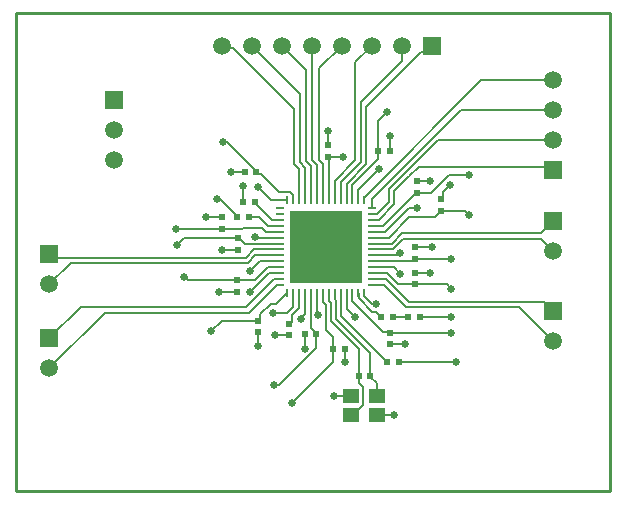
<source format=gtl>
G04*
G04 #@! TF.GenerationSoftware,Altium Limited,Altium Designer,22.9.1 (49)*
G04*
G04 Layer_Physical_Order=1*
G04 Layer_Color=10066410*
%FSLAX44Y44*%
%MOMM*%
G71*
G04*
G04 #@! TF.SameCoordinates,B494E0AD-35FF-4286-8297-05C0B8817D61*
G04*
G04*
G04 #@! TF.FilePolarity,Positive*
G04*
G01*
G75*
%ADD14C,0.2540*%
%ADD15R,1.4000X1.2000*%
%ADD16R,0.5000X0.6000*%
%ADD17O,0.8000X0.2500*%
%ADD18O,0.2500X0.8000*%
%ADD19R,6.1000X6.1000*%
%ADD20R,0.6000X0.5000*%
%ADD32C,0.1778*%
%ADD33R,1.5000X1.5000*%
%ADD34C,1.5000*%
%ADD35R,1.5000X1.5000*%
%ADD36C,0.6350*%
%ADD37C,0.5000*%
D14*
X0Y0D02*
X502920D01*
X0Y405130D02*
X502920D01*
Y0D02*
Y405130D01*
X0Y0D02*
Y405130D01*
D15*
X283210Y80770D02*
D03*
Y64770D02*
D03*
X305210D02*
D03*
Y80770D02*
D03*
D16*
X299640Y97790D02*
D03*
X289640D02*
D03*
X196770Y232410D02*
D03*
X186770D02*
D03*
X323770Y109220D02*
D03*
X313770D02*
D03*
X331550Y147320D02*
D03*
X341550D02*
D03*
X308690D02*
D03*
X318690D02*
D03*
X191850Y245110D02*
D03*
X201850D02*
D03*
X193120Y270510D02*
D03*
X203120D02*
D03*
X316150Y288290D02*
D03*
X306150D02*
D03*
X278050Y120650D02*
D03*
X268050D02*
D03*
X243920Y133350D02*
D03*
X253920D02*
D03*
D17*
X222990Y239870D02*
D03*
Y234870D02*
D03*
Y229870D02*
D03*
Y224870D02*
D03*
Y219870D02*
D03*
Y214870D02*
D03*
Y209870D02*
D03*
Y204870D02*
D03*
Y199870D02*
D03*
Y194870D02*
D03*
Y189870D02*
D03*
Y184870D02*
D03*
Y179870D02*
D03*
Y174870D02*
D03*
X300990D02*
D03*
Y179870D02*
D03*
Y184870D02*
D03*
Y189870D02*
D03*
Y194870D02*
D03*
Y199870D02*
D03*
Y204870D02*
D03*
Y209870D02*
D03*
Y214870D02*
D03*
Y219870D02*
D03*
Y224870D02*
D03*
Y229870D02*
D03*
Y234870D02*
D03*
Y239870D02*
D03*
D18*
X229490Y168370D02*
D03*
X234490D02*
D03*
X239490D02*
D03*
X244490D02*
D03*
X249490D02*
D03*
X254490D02*
D03*
X259490D02*
D03*
X264490D02*
D03*
X269490D02*
D03*
X274490D02*
D03*
X279490D02*
D03*
X284490D02*
D03*
X289490D02*
D03*
X294490D02*
D03*
Y246370D02*
D03*
X289490D02*
D03*
X284490D02*
D03*
X279490D02*
D03*
X274490D02*
D03*
X269490D02*
D03*
X264490D02*
D03*
X259490D02*
D03*
X254490D02*
D03*
X249490D02*
D03*
X244490D02*
D03*
X239490D02*
D03*
X234490D02*
D03*
X229490D02*
D03*
D19*
X261990Y207370D02*
D03*
D20*
X231140Y142160D02*
D03*
Y132160D02*
D03*
X204470Y134700D02*
D03*
Y144700D02*
D03*
X359410Y247570D02*
D03*
Y237570D02*
D03*
X339090Y262810D02*
D03*
Y252810D02*
D03*
X337820Y206930D02*
D03*
Y196930D02*
D03*
Y185340D02*
D03*
Y175340D02*
D03*
X316230Y124540D02*
D03*
Y134540D02*
D03*
X186690Y168990D02*
D03*
Y178990D02*
D03*
X187960Y204630D02*
D03*
Y214630D02*
D03*
X173990Y232330D02*
D03*
Y222330D02*
D03*
X264160Y293290D02*
D03*
Y283290D02*
D03*
D32*
X175260Y295910D02*
X178220D01*
X203120Y271010D01*
Y270510D02*
Y271010D01*
X306150Y313770D02*
X313690Y321310D01*
X306150Y288290D02*
Y313770D01*
X366581Y267970D02*
X383540D01*
X451866Y274574D02*
X454660Y271780D01*
X340505Y274574D02*
X451866D01*
X332661Y266730D02*
X340505Y274574D01*
X351421Y252810D02*
X366581Y267970D01*
X339090Y252810D02*
X351421D01*
X379650Y237570D02*
X383540Y233680D01*
X359410Y237570D02*
X379650D01*
X337820Y196930D02*
X368220D01*
X364410Y175340D02*
X368300Y171450D01*
X337820Y175340D02*
X364410D01*
X341550Y147320D02*
X368300D01*
X316230Y134540D02*
X368220D01*
X323770Y109220D02*
X372110D01*
X233680Y74930D02*
X268050Y109300D01*
Y120650D01*
X218440Y90170D02*
X222700D01*
X253920Y121391D02*
Y133350D01*
X222700Y90170D02*
X253920Y121391D01*
X165100Y135890D02*
X173910Y144700D01*
X204470D01*
X142240Y181610D02*
X144860Y178990D01*
X186690D01*
X135890Y208280D02*
X142240Y214630D01*
X187960D01*
X134700Y222330D02*
X173990D01*
X256540Y280478D02*
Y358140D01*
Y280478D02*
X259490Y277528D01*
X256540Y358140D02*
X275590Y377190D01*
X264160Y293290D02*
Y304800D01*
X234950Y277641D02*
Y323850D01*
X175495Y375685D02*
X183116D01*
X173990Y377190D02*
X175495Y375685D01*
X183116D02*
X234950Y323850D01*
Y277641D02*
X239490Y273101D01*
X199390Y377190D02*
X240030Y336550D01*
Y278668D02*
Y336550D01*
Y278668D02*
X244490Y274208D01*
X245110Y279694D02*
Y356870D01*
Y279694D02*
X249490Y275314D01*
X224790Y377190D02*
X245110Y356870D01*
X250190Y280721D02*
X254490Y276421D01*
X250190Y280721D02*
Y377190D01*
X239490Y246370D02*
Y273101D01*
X244490Y246370D02*
Y274208D01*
X249490Y246370D02*
Y275314D01*
X254490Y246370D02*
Y276421D01*
X259490Y246370D02*
Y277528D01*
X295912Y277106D02*
Y325122D01*
X346474Y371875D02*
X351790Y377190D01*
X342664Y371875D02*
X346474D01*
X295912Y325122D02*
X342664Y371875D01*
X326390Y364490D02*
Y377190D01*
X291594Y329694D02*
X326390Y364490D01*
X291594Y278894D02*
Y329694D01*
X287020Y280670D02*
Y363220D01*
X269490Y263140D02*
X287020Y280670D01*
Y363220D02*
X300990Y377190D01*
X269490Y246370D02*
Y263140D01*
X306150Y281199D02*
Y288290D01*
X274490Y261790D02*
X291594Y278894D01*
X274490Y246370D02*
Y261790D01*
X279490Y260683D02*
X295912Y277106D01*
X284490Y259540D02*
X306150Y281199D01*
X279490Y246370D02*
Y260683D01*
X284490Y246370D02*
Y259540D01*
X264160Y283290D02*
X276780D01*
X264160D02*
X264490Y282960D01*
Y246370D02*
Y282960D01*
X234490Y246370D02*
Y249315D01*
X234169Y249636D02*
X234490Y249315D01*
X234169Y249636D02*
Y251058D01*
X222451Y253799D02*
X231428D01*
X207246Y269004D02*
X222451Y253799D01*
X203120Y270510D02*
X204625Y269004D01*
X231428Y253799D02*
X234169Y251058D01*
X204625Y269004D02*
X207246D01*
X181610Y270510D02*
X193120D01*
X204470Y257810D02*
X215910Y246370D01*
X229490D01*
X316150Y288290D02*
Y300910D01*
X289490Y255200D02*
X307340Y273050D01*
X289490Y246370D02*
Y255200D01*
X294490Y248925D02*
X295046Y249481D01*
X295201D01*
X393700Y347980D01*
X454660D01*
X294490Y246370D02*
Y248925D01*
X320083Y243489D02*
Y254152D01*
X315765Y245277D02*
Y255940D01*
X376298Y322580D02*
X454660D01*
X357004Y297180D02*
X454660D01*
X315765Y255940D02*
X357004Y297180D01*
X300990Y247272D02*
X376298Y322580D01*
X320083Y254152D02*
X332661Y266730D01*
Y266730D01*
X300990Y239870D02*
Y247272D01*
X305495Y235008D02*
X315765Y245277D01*
X301128Y235008D02*
X305495D01*
X300990Y234870D02*
X301128Y235008D01*
X306602Y230008D02*
X320083Y243489D01*
X301128Y230008D02*
X306602D01*
X300990Y229870D02*
X301128Y230008D01*
X198120Y186690D02*
X206300Y194870D01*
X186690Y178990D02*
X202093D01*
X212973Y189870D01*
X196005Y193708D02*
X202167Y199870D01*
X201060Y204870D02*
X222990D01*
X194216Y198026D02*
X201060Y204870D01*
X30574Y198026D02*
X194216D01*
X202167Y199870D02*
X222990D01*
X46388Y193708D02*
X196005D01*
X27940Y175260D02*
X46388Y193708D01*
X206300Y194870D02*
X222990D01*
X222852Y215008D02*
X222990Y214870D01*
X188460Y214630D02*
X193902Y209188D01*
X209390D01*
X27940Y200660D02*
X30574Y198026D01*
X209390Y209188D02*
X210072Y209870D01*
X202954Y215008D02*
X222852D01*
X202170Y215792D02*
X202954Y215008D01*
X173830Y204630D02*
X187960D01*
X196500Y151130D02*
X220240Y174870D01*
X27940Y104140D02*
X74930Y151130D01*
X196500D01*
X54610Y156210D02*
X194760D01*
X27940Y129540D02*
X54610Y156210D01*
X194760D02*
X218281Y179732D01*
X220240Y174870D02*
X222990D01*
X222852Y179732D02*
X222990Y179870D01*
X218281Y179732D02*
X222852D01*
X215450Y158750D02*
X219870D01*
X206581Y149880D02*
X215450Y158750D01*
X219870D02*
X229490Y168370D01*
X444500Y218440D02*
X454660Y228600D01*
X326184Y218440D02*
X444500D01*
X317614Y209870D02*
X326184Y218440D01*
X318720Y204870D02*
X327384Y213534D01*
X444326D02*
X454660Y203200D01*
X327384Y213534D02*
X444326D01*
X337820Y206930D02*
X351710D01*
X300990Y209870D02*
X317614D01*
X300990Y204870D02*
X318720D01*
X331963Y160528D02*
X446532D01*
X454660Y152400D01*
X330175Y156210D02*
X425450D01*
X312621Y179870D02*
X331963Y160528D01*
X311515Y174870D02*
X330175Y156210D01*
X425450D02*
X454660Y127000D01*
X300990Y174870D02*
X311515D01*
X300990Y179870D02*
X312621D01*
X198120Y168910D02*
X213942Y184732D01*
X206581Y146311D02*
Y149880D01*
X204470Y144700D02*
X204970D01*
X206581Y146311D01*
X204470Y123190D02*
Y134700D01*
X361521Y253571D02*
X367030Y259080D01*
X361521Y249181D02*
Y253571D01*
X359410Y247570D02*
X359910D01*
X361521Y249181D01*
X321823Y199870D02*
X323883Y201930D01*
X300990Y199870D02*
X321823D01*
X323883Y201930D02*
X325120D01*
X354250Y232410D02*
X359410Y237570D01*
X332740Y232410D02*
X354250D01*
X315200Y214870D02*
X332740Y232410D01*
X300990Y224870D02*
X310446D01*
X336354Y250778D01*
X332359Y239972D02*
X339032D01*
X339090Y240030D01*
X300990Y219870D02*
X312257D01*
X332359Y239972D01*
X300990Y214870D02*
X315200D01*
X338590Y252810D02*
X339090D01*
X336354Y250778D02*
X336558D01*
X338590Y252810D01*
X339090Y262810D02*
X350440D01*
X337320Y196930D02*
X337820D01*
X335260Y194870D02*
X337320Y196930D01*
X300990Y194870D02*
X335260D01*
X319400Y189870D02*
X325120Y184150D01*
X300990Y189870D02*
X319400D01*
X323258Y175340D02*
X337820D01*
X301128Y184732D02*
X313866D01*
X323258Y175340D01*
X300990Y184870D02*
X301128Y184732D01*
X337820Y185340D02*
X350440D01*
X279490Y154850D02*
X287020Y147320D01*
X249352Y168232D02*
X249490Y168370D01*
X249010Y163523D02*
X249169Y163682D01*
X249352Y164971D02*
Y168232D01*
X249010Y138760D02*
Y163523D01*
X249169Y164788D02*
X249352Y164971D01*
X249169Y163682D02*
Y164788D01*
X241300Y147287D02*
X244490Y150477D01*
X241300Y146050D02*
Y147287D01*
X244490Y150477D02*
Y168370D01*
X249010Y138760D02*
X253920Y133850D01*
X233251Y143771D02*
Y148995D01*
X275172Y148318D02*
X313770Y109720D01*
X254739Y149875D02*
Y151592D01*
X217170Y151130D02*
X229280D01*
X262218Y136562D02*
X268224Y130556D01*
X254739Y149875D02*
X255614Y149000D01*
X270854Y145706D02*
Y161189D01*
X259490Y160340D02*
X262218Y157612D01*
X266536Y143917D02*
Y159400D01*
X270854Y145706D02*
X299640Y116920D01*
X266536Y143917D02*
X289640Y120813D01*
X262218Y136562D02*
Y157612D01*
X233251Y148995D02*
X239490Y155234D01*
X264490Y161446D02*
X266536Y159400D01*
X229280Y151130D02*
X234490Y156341D01*
X279490Y154850D02*
Y168370D01*
X274628Y163521D02*
X275172Y162978D01*
X234490Y156341D02*
Y168370D01*
X254490Y151841D02*
X254739Y151592D01*
X269490Y162553D02*
X270854Y161189D01*
X239490Y155234D02*
Y168370D01*
X275172Y148318D02*
Y162978D01*
X274490Y168370D02*
X274628Y168232D01*
X313770Y109220D02*
Y109720D01*
X274628Y163521D02*
Y168232D01*
X243920Y120730D02*
Y133350D01*
X218520Y132160D02*
X231140D01*
X231640Y142160D02*
X233251Y143771D01*
X231140Y142160D02*
X231640D01*
X284490Y161171D02*
Y168370D01*
Y161171D02*
X310563Y135098D01*
X254490Y151841D02*
Y168370D01*
X289640Y97790D02*
Y120813D01*
Y92123D02*
Y97790D01*
X268224Y120824D02*
Y130556D01*
X253920Y133350D02*
Y133850D01*
X259490Y160340D02*
Y168370D01*
X299640Y97790D02*
Y116920D01*
X268730Y80770D02*
X283210D01*
X305210Y64770D02*
X320040D01*
X283210D02*
X288321Y69881D01*
X290170D01*
X293639Y73350D02*
Y88190D01*
X291630Y90199D02*
X293639Y88190D01*
X291564Y90199D02*
X291630D01*
X290170Y69881D02*
X293639Y73350D01*
X289640Y92123D02*
X291564Y90199D01*
X269490Y162553D02*
Y168370D01*
X264490Y161446D02*
Y168370D01*
X299640Y97290D02*
X305210Y91720D01*
Y80770D02*
Y91720D01*
X299640Y97290D02*
Y97790D01*
X278050Y109300D02*
Y120650D01*
X268050D02*
X268224Y120824D01*
X316230Y124540D02*
X328850D01*
X310563Y135098D02*
X315672D01*
X316230Y134540D01*
X318690Y147320D02*
X331550D01*
X289490Y168370D02*
X289628Y168232D01*
Y163865D02*
Y168232D01*
Y163865D02*
X301347Y152146D01*
X304364D01*
X308690Y147820D01*
Y147320D02*
Y147820D01*
X301360Y158750D02*
X304800D01*
X294490Y165620D02*
Y168370D01*
Y165620D02*
X301360Y158750D01*
X173990Y222330D02*
X191287D01*
X192336Y223379D02*
X207521D01*
X191287Y222330D02*
X192336Y223379D01*
X207521D02*
X211031Y219870D01*
X212973Y189870D02*
X222990D01*
X213942Y184732D02*
X222852D01*
X222990Y184870D01*
X171530Y168990D02*
X186690D01*
X191850Y245110D02*
Y259000D01*
X170180Y247650D02*
X172030D01*
X186770Y232910D01*
Y232410D02*
Y232910D01*
X160100Y232330D02*
X173990D01*
X187960Y214630D02*
X188460D01*
X210072Y209870D02*
X222990D01*
X211031Y219870D02*
X222990D01*
X212983Y224870D02*
X222990D01*
X196770Y232410D02*
X205443D01*
X212983Y224870D01*
X201850Y244610D02*
X216590Y229870D01*
X222990D01*
X201850Y244610D02*
Y245110D01*
D33*
X82550Y331470D02*
D03*
X454660Y152400D02*
D03*
Y228600D02*
D03*
X27940Y200660D02*
D03*
Y129540D02*
D03*
X454660Y271780D02*
D03*
D34*
X82550Y306070D02*
D03*
Y280670D02*
D03*
X454660Y127000D02*
D03*
Y203200D02*
D03*
X27940Y175260D02*
D03*
Y104140D02*
D03*
X326390Y377190D02*
D03*
X300990D02*
D03*
X275590D02*
D03*
X250190D02*
D03*
X224790D02*
D03*
X199390D02*
D03*
X173990D02*
D03*
X454660Y347980D02*
D03*
Y322580D02*
D03*
Y297180D02*
D03*
D35*
X351790Y377190D02*
D03*
D36*
X175260Y295910D02*
D03*
X313690Y321310D02*
D03*
X383540Y267970D02*
D03*
Y233680D02*
D03*
X368220Y196930D02*
D03*
X368300Y171450D02*
D03*
Y147320D02*
D03*
X368220Y134540D02*
D03*
X372110Y109220D02*
D03*
X233680Y74930D02*
D03*
X218440Y90170D02*
D03*
X165100Y135890D02*
D03*
X142240Y181610D02*
D03*
X135890Y208280D02*
D03*
X134700Y222330D02*
D03*
X264160Y304800D02*
D03*
X276780Y283290D02*
D03*
X181610Y270510D02*
D03*
X204470Y257810D02*
D03*
X316150Y300910D02*
D03*
X307340Y273050D02*
D03*
X198120Y186690D02*
D03*
X202170Y215792D02*
D03*
X173830Y204630D02*
D03*
X351710Y206930D02*
D03*
X198120Y168910D02*
D03*
X204470Y123190D02*
D03*
X367030Y259080D02*
D03*
X325120Y201930D02*
D03*
X339090Y240030D02*
D03*
X350440Y262810D02*
D03*
X325120Y184150D02*
D03*
X350440Y185340D02*
D03*
X287020Y147320D02*
D03*
X241300Y146050D02*
D03*
X255614Y149000D02*
D03*
X243920Y120730D02*
D03*
X218520Y132160D02*
D03*
X217170Y151130D02*
D03*
X268730Y80770D02*
D03*
X320040Y64770D02*
D03*
X278050Y109300D02*
D03*
X328850Y124540D02*
D03*
X304800Y158750D02*
D03*
X171530Y168990D02*
D03*
X160100Y232330D02*
D03*
X170180Y247650D02*
D03*
X191850Y259000D02*
D03*
D37*
X239990Y229370D02*
D03*
X250990D02*
D03*
X261990D02*
D03*
X272990D02*
D03*
X283990D02*
D03*
X239990Y218370D02*
D03*
X250990D02*
D03*
X261990D02*
D03*
X272990D02*
D03*
X283990D02*
D03*
X239990Y207370D02*
D03*
X250990D02*
D03*
X261990D02*
D03*
X272990D02*
D03*
X283990D02*
D03*
X239990Y196370D02*
D03*
X250990D02*
D03*
X261990D02*
D03*
X272990D02*
D03*
X283990D02*
D03*
X239990Y185370D02*
D03*
X250990D02*
D03*
X261990D02*
D03*
X272990D02*
D03*
X283990D02*
D03*
M02*

</source>
